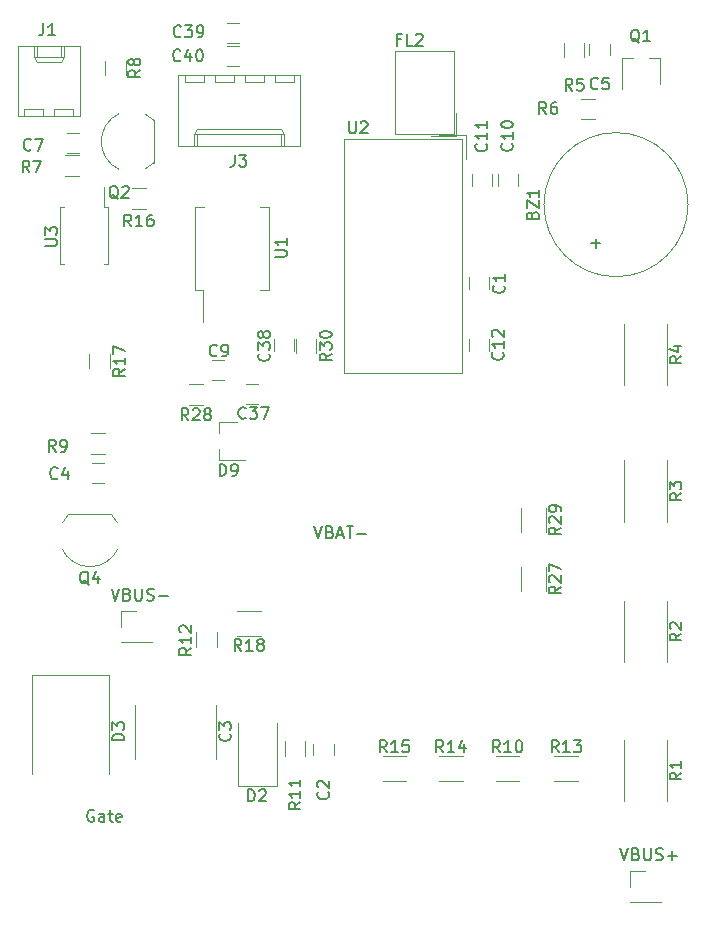
<source format=gbr>
G04 #@! TF.GenerationSoftware,KiCad,Pcbnew,no-vcs-found-c6d0075~61~ubuntu17.10.1*
G04 #@! TF.CreationDate,2018-02-01T11:14:40-05:00*
G04 #@! TF.ProjectId,VBUS-Sense,564255532D53656E73652E6B69636164,rev?*
G04 #@! TF.SameCoordinates,Original*
G04 #@! TF.FileFunction,Legend,Top*
G04 #@! TF.FilePolarity,Positive*
%FSLAX46Y46*%
G04 Gerber Fmt 4.6, Leading zero omitted, Abs format (unit mm)*
G04 Created by KiCad (PCBNEW no-vcs-found-c6d0075~61~ubuntu17.10.1) date Thu Feb  1 11:14:40 2018*
%MOMM*%
%LPD*%
G01*
G04 APERTURE LIST*
%ADD10C,0.120000*%
%ADD11C,0.100000*%
%ADD12C,0.150000*%
G04 APERTURE END LIST*
D10*
X50689400Y-2625800D02*
X50689400Y-3825800D01*
X48929400Y-3825800D02*
X48929400Y-2625800D01*
X19185000Y-31203000D02*
X20185000Y-31203000D01*
X20185000Y-29503000D02*
X19185000Y-29503000D01*
X23029800Y-31484200D02*
X22029800Y-31484200D01*
X22029800Y-33184200D02*
X23029800Y-33184200D01*
X24397600Y-27744800D02*
X24397600Y-28744800D01*
X26097600Y-28744800D02*
X26097600Y-27744800D01*
X20429600Y-2653400D02*
X21429600Y-2653400D01*
X21429600Y-953400D02*
X20429600Y-953400D01*
X21455000Y-2883800D02*
X20455000Y-2883800D01*
X20455000Y-4583800D02*
X21455000Y-4583800D01*
X19788600Y-34767400D02*
X21248600Y-34767400D01*
X19788600Y-37927400D02*
X21948600Y-37927400D01*
X19788600Y-37927400D02*
X19788600Y-36997400D01*
X19788600Y-34767400D02*
X19788600Y-35697400D01*
X26073000Y-5982000D02*
X26073000Y-5362000D01*
X24473000Y-5982000D02*
X26073000Y-5982000D01*
X24473000Y-5362000D02*
X24473000Y-5982000D01*
X23533000Y-5982000D02*
X23533000Y-5362000D01*
X21933000Y-5982000D02*
X23533000Y-5982000D01*
X21933000Y-5362000D02*
X21933000Y-5982000D01*
X20993000Y-5982000D02*
X20993000Y-5362000D01*
X19393000Y-5982000D02*
X20993000Y-5982000D01*
X19393000Y-5362000D02*
X19393000Y-5982000D01*
X18453000Y-5982000D02*
X18453000Y-5362000D01*
X16853000Y-5982000D02*
X18453000Y-5982000D01*
X16853000Y-5362000D02*
X16853000Y-5982000D01*
X25023000Y-11362000D02*
X25023000Y-10362000D01*
X17903000Y-11362000D02*
X17903000Y-10362000D01*
X25023000Y-9932000D02*
X25273000Y-10362000D01*
X17903000Y-9932000D02*
X25023000Y-9932000D01*
X17653000Y-10362000D02*
X17903000Y-9932000D01*
X25273000Y-10362000D02*
X25273000Y-11362000D01*
X17653000Y-10362000D02*
X25273000Y-10362000D01*
X17653000Y-11362000D02*
X17653000Y-10362000D01*
X26643000Y-5362000D02*
X16283000Y-5362000D01*
X26643000Y-11362000D02*
X26643000Y-5362000D01*
X16283000Y-11362000D02*
X26643000Y-11362000D01*
X16283000Y-5362000D02*
X16283000Y-11362000D01*
X18430800Y-33265000D02*
X17230800Y-33265000D01*
X17230800Y-31505000D02*
X18430800Y-31505000D01*
X26247200Y-28870200D02*
X26247200Y-27670200D01*
X28007200Y-27670200D02*
X28007200Y-28870200D01*
X42607600Y-23487000D02*
X42607600Y-22487000D01*
X40907600Y-22487000D02*
X40907600Y-23487000D01*
X18403400Y-23590600D02*
X18403400Y-26290600D01*
X17753400Y-23590600D02*
X18403400Y-23590600D01*
X17753400Y-16540600D02*
X17753400Y-23590600D01*
X18503400Y-16540600D02*
X17753400Y-16540600D01*
X23953400Y-16540600D02*
X23203400Y-16540600D01*
X23953400Y-23590600D02*
X23953400Y-16540600D01*
X23253400Y-23590600D02*
X23953400Y-23590600D01*
X47450400Y-47031400D02*
X47450400Y-49031400D01*
X45310400Y-49031400D02*
X45310400Y-47031400D01*
X45310400Y-44027600D02*
X45310400Y-42027600D01*
X47450400Y-42027600D02*
X47450400Y-44027600D01*
X45046000Y-14749400D02*
X45046000Y-13749400D01*
X43346000Y-13749400D02*
X43346000Y-14749400D01*
X41161600Y-13749400D02*
X41161600Y-14749400D01*
X42861600Y-14749400D02*
X42861600Y-13749400D01*
X42607600Y-28694000D02*
X42607600Y-27694000D01*
X40907600Y-27694000D02*
X40907600Y-28694000D01*
X39660200Y-10332600D02*
X39660200Y-3332600D01*
X34660200Y-10332600D02*
X39660200Y-10332600D01*
X34660200Y-3332600D02*
X34660200Y-10332600D01*
X39660200Y-3332600D02*
X34660200Y-3332600D01*
D11*
X39860200Y-10532600D02*
X37660200Y-10532600D01*
X39860200Y-8532600D02*
X39860200Y-10532600D01*
D10*
X57674600Y-61662000D02*
X57674600Y-66862000D01*
X54034600Y-66862000D02*
X54034600Y-61662000D01*
X54034600Y-55076400D02*
X54034600Y-49876400D01*
X57674600Y-49876400D02*
X57674600Y-55076400D01*
X57674600Y-37989200D02*
X57674600Y-43189200D01*
X54034600Y-43189200D02*
X54034600Y-37989200D01*
X54034600Y-31606800D02*
X54034600Y-26406800D01*
X57674600Y-26406800D02*
X57674600Y-31606800D01*
D11*
X40646000Y-10424000D02*
X38346000Y-10424000D01*
X40646000Y-10424000D02*
X40646000Y-12454000D01*
D10*
X30346000Y-10804000D02*
X30346000Y-30544000D01*
X30346000Y-30544000D02*
X40346000Y-30544000D01*
X40346000Y-30544000D02*
X40346000Y-10804000D01*
X40346000Y-10804000D02*
X30346000Y-10804000D01*
X29450400Y-62958600D02*
X29450400Y-61958600D01*
X27750400Y-61958600D02*
X27750400Y-62958600D01*
X3264000Y-8242000D02*
X3264000Y-8862000D01*
X4864000Y-8242000D02*
X3264000Y-8242000D01*
X4864000Y-8862000D02*
X4864000Y-8242000D01*
X5804000Y-8242000D02*
X5804000Y-8862000D01*
X7404000Y-8242000D02*
X5804000Y-8242000D01*
X7404000Y-8862000D02*
X7404000Y-8242000D01*
X4314000Y-2862000D02*
X4314000Y-3862000D01*
X6354000Y-2862000D02*
X6354000Y-3862000D01*
X4314000Y-4292000D02*
X4064000Y-3862000D01*
X6354000Y-4292000D02*
X4314000Y-4292000D01*
X6604000Y-3862000D02*
X6354000Y-4292000D01*
X4064000Y-3862000D02*
X4064000Y-2862000D01*
X6604000Y-3862000D02*
X4064000Y-3862000D01*
X6604000Y-2862000D02*
X6604000Y-3862000D01*
X2694000Y-8862000D02*
X7974000Y-8862000D01*
X2694000Y-2862000D02*
X2694000Y-8862000D01*
X7974000Y-2862000D02*
X2694000Y-2862000D01*
X7974000Y-8862000D02*
X7974000Y-2862000D01*
X50403200Y-7349600D02*
X51603200Y-7349600D01*
X51603200Y-9109600D02*
X50403200Y-9109600D01*
X10099600Y-37456000D02*
X8899600Y-37456000D01*
X8899600Y-35696000D02*
X10099600Y-35696000D01*
X25307400Y-62982400D02*
X25307400Y-61782400D01*
X27067400Y-61782400D02*
X27067400Y-62982400D01*
X17789000Y-53749500D02*
X17789000Y-52549500D01*
X19549000Y-52549500D02*
X19549000Y-53749500D01*
X57109000Y-6104200D02*
X57109000Y-3954200D01*
X53889000Y-6529200D02*
X53889000Y-3954200D01*
X56199000Y-3954200D02*
X57109000Y-3954200D01*
X53889000Y-3954200D02*
X54799000Y-3954200D01*
X11420800Y-50740000D02*
X12750800Y-50740000D01*
X11420800Y-52070000D02*
X11420800Y-50740000D01*
X11420800Y-53340000D02*
X14080800Y-53340000D01*
X14080800Y-53340000D02*
X14080800Y-53400000D01*
X11420800Y-53340000D02*
X11420800Y-53400000D01*
X11420800Y-53400000D02*
X14080800Y-53400000D01*
X54524600Y-75396400D02*
X57184600Y-75396400D01*
X54524600Y-75336400D02*
X54524600Y-75396400D01*
X57184600Y-75336400D02*
X57184600Y-75396400D01*
X54524600Y-75336400D02*
X57184600Y-75336400D01*
X54524600Y-74066400D02*
X54524600Y-72736400D01*
X54524600Y-72736400D02*
X55854600Y-72736400D01*
X6702500Y-12137500D02*
X7902500Y-12137500D01*
X7902500Y-13897500D02*
X6702500Y-13897500D01*
X10105500Y-5362500D02*
X10105500Y-4162500D01*
X11865500Y-4162500D02*
X11865500Y-5362500D01*
X9005000Y-39915200D02*
X10005000Y-39915200D01*
X10005000Y-38215200D02*
X9005000Y-38215200D01*
X21337000Y-65579200D02*
X24637000Y-65579200D01*
X24637000Y-65579200D02*
X24637000Y-60179200D01*
X21337000Y-65579200D02*
X21337000Y-60179200D01*
X10412800Y-56160000D02*
X10412800Y-64560000D01*
X3912800Y-56160000D02*
X3912800Y-64560000D01*
X3912800Y-56160000D02*
X10412800Y-56160000D01*
X13505295Y-8661316D02*
G75*
G02X14232500Y-9185500I-1122795J-2324184D01*
G01*
X11283693Y-8629100D02*
G75*
G03X9782500Y-10985500I1098807J-2356400D01*
G01*
X11283693Y-13341900D02*
G75*
G02X9782500Y-10985500I1098807J2356400D01*
G01*
X13505295Y-13309684D02*
G75*
G03X14232500Y-12785500I-1122795J2324184D01*
G01*
X14232500Y-12785500D02*
X14232500Y-9185500D01*
X10331200Y-21348400D02*
X10031200Y-21348400D01*
X10331200Y-16548400D02*
X10331200Y-21348400D01*
X10031200Y-16548400D02*
X10331200Y-16548400D01*
X6331200Y-16548400D02*
X6631200Y-16548400D01*
X6331200Y-21348400D02*
X6331200Y-16548400D01*
X6631200Y-21348400D02*
X6331200Y-21348400D01*
X10031200Y-16548400D02*
X10031200Y-14848400D01*
X45170600Y-65154200D02*
X43170600Y-65154200D01*
X43170600Y-63014200D02*
X45170600Y-63014200D01*
X50149000Y-65154200D02*
X48149000Y-65154200D01*
X48149000Y-63014200D02*
X50149000Y-63014200D01*
X38370000Y-63014200D02*
X40370000Y-63014200D01*
X40370000Y-65154200D02*
X38370000Y-65154200D01*
X33597000Y-63014200D02*
X35597000Y-63014200D01*
X35597000Y-65154200D02*
X33597000Y-65154200D01*
X52818400Y-3700400D02*
X52818400Y-2700400D01*
X51118400Y-2700400D02*
X51118400Y-3700400D01*
X59465400Y-16333400D02*
G75*
G03X59465400Y-16333400I-6100000J0D01*
G01*
X12665500Y-58660000D02*
X12665500Y-63260000D01*
X19465500Y-63260000D02*
X19465500Y-58660000D01*
X7866000Y-10262500D02*
X6866000Y-10262500D01*
X6866000Y-11962500D02*
X7866000Y-11962500D01*
X6502316Y-43263705D02*
G75*
G02X7026500Y-42536500I2324184J-1122795D01*
G01*
X6470100Y-45485307D02*
G75*
G03X8826500Y-46986500I2356400J1098807D01*
G01*
X11182900Y-45485307D02*
G75*
G02X8826500Y-46986500I-2356400J1098807D01*
G01*
X11150684Y-43263705D02*
G75*
G03X10626500Y-42536500I-2324184J-1122795D01*
G01*
X10626500Y-42536500D02*
X7026500Y-42536500D01*
X12354000Y-14931500D02*
X13554000Y-14931500D01*
X13554000Y-16691500D02*
X12354000Y-16691500D01*
X8772000Y-30191000D02*
X8772000Y-28991000D01*
X10532000Y-28991000D02*
X10532000Y-30191000D01*
X23288500Y-52886000D02*
X21288500Y-52886000D01*
X21288500Y-50746000D02*
X23288500Y-50746000D01*
D12*
X49668133Y-6675380D02*
X49334800Y-6199190D01*
X49096704Y-6675380D02*
X49096704Y-5675380D01*
X49477657Y-5675380D01*
X49572895Y-5723000D01*
X49620514Y-5770619D01*
X49668133Y-5865857D01*
X49668133Y-6008714D01*
X49620514Y-6103952D01*
X49572895Y-6151571D01*
X49477657Y-6199190D01*
X49096704Y-6199190D01*
X50572895Y-5675380D02*
X50096704Y-5675380D01*
X50049085Y-6151571D01*
X50096704Y-6103952D01*
X50191942Y-6056333D01*
X50430038Y-6056333D01*
X50525276Y-6103952D01*
X50572895Y-6151571D01*
X50620514Y-6246809D01*
X50620514Y-6484904D01*
X50572895Y-6580142D01*
X50525276Y-6627761D01*
X50430038Y-6675380D01*
X50191942Y-6675380D01*
X50096704Y-6627761D01*
X50049085Y-6580142D01*
X19569133Y-29084542D02*
X19521514Y-29132161D01*
X19378657Y-29179780D01*
X19283419Y-29179780D01*
X19140561Y-29132161D01*
X19045323Y-29036923D01*
X18997704Y-28941685D01*
X18950085Y-28751209D01*
X18950085Y-28608352D01*
X18997704Y-28417876D01*
X19045323Y-28322638D01*
X19140561Y-28227400D01*
X19283419Y-28179780D01*
X19378657Y-28179780D01*
X19521514Y-28227400D01*
X19569133Y-28275019D01*
X20045323Y-29179780D02*
X20235800Y-29179780D01*
X20331038Y-29132161D01*
X20378657Y-29084542D01*
X20473895Y-28941685D01*
X20521514Y-28751209D01*
X20521514Y-28370257D01*
X20473895Y-28275019D01*
X20426276Y-28227400D01*
X20331038Y-28179780D01*
X20140561Y-28179780D01*
X20045323Y-28227400D01*
X19997704Y-28275019D01*
X19950085Y-28370257D01*
X19950085Y-28608352D01*
X19997704Y-28703590D01*
X20045323Y-28751209D01*
X20140561Y-28798828D01*
X20331038Y-28798828D01*
X20426276Y-28751209D01*
X20473895Y-28703590D01*
X20521514Y-28608352D01*
X22013942Y-34367742D02*
X21966323Y-34415361D01*
X21823466Y-34462980D01*
X21728228Y-34462980D01*
X21585371Y-34415361D01*
X21490133Y-34320123D01*
X21442514Y-34224885D01*
X21394895Y-34034409D01*
X21394895Y-33891552D01*
X21442514Y-33701076D01*
X21490133Y-33605838D01*
X21585371Y-33510600D01*
X21728228Y-33462980D01*
X21823466Y-33462980D01*
X21966323Y-33510600D01*
X22013942Y-33558219D01*
X22347276Y-33462980D02*
X22966323Y-33462980D01*
X22632990Y-33843933D01*
X22775847Y-33843933D01*
X22871085Y-33891552D01*
X22918704Y-33939171D01*
X22966323Y-34034409D01*
X22966323Y-34272504D01*
X22918704Y-34367742D01*
X22871085Y-34415361D01*
X22775847Y-34462980D01*
X22490133Y-34462980D01*
X22394895Y-34415361D01*
X22347276Y-34367742D01*
X23299657Y-33462980D02*
X23966323Y-33462980D01*
X23537752Y-34462980D01*
X23979142Y-28938457D02*
X24026761Y-28986076D01*
X24074380Y-29128933D01*
X24074380Y-29224171D01*
X24026761Y-29367028D01*
X23931523Y-29462266D01*
X23836285Y-29509885D01*
X23645809Y-29557504D01*
X23502952Y-29557504D01*
X23312476Y-29509885D01*
X23217238Y-29462266D01*
X23122000Y-29367028D01*
X23074380Y-29224171D01*
X23074380Y-29128933D01*
X23122000Y-28986076D01*
X23169619Y-28938457D01*
X23074380Y-28605123D02*
X23074380Y-27986076D01*
X23455333Y-28319409D01*
X23455333Y-28176552D01*
X23502952Y-28081314D01*
X23550571Y-28033695D01*
X23645809Y-27986076D01*
X23883904Y-27986076D01*
X23979142Y-28033695D01*
X24026761Y-28081314D01*
X24074380Y-28176552D01*
X24074380Y-28462266D01*
X24026761Y-28557504D01*
X23979142Y-28605123D01*
X23502952Y-27414647D02*
X23455333Y-27509885D01*
X23407714Y-27557504D01*
X23312476Y-27605123D01*
X23264857Y-27605123D01*
X23169619Y-27557504D01*
X23122000Y-27509885D01*
X23074380Y-27414647D01*
X23074380Y-27224171D01*
X23122000Y-27128933D01*
X23169619Y-27081314D01*
X23264857Y-27033695D01*
X23312476Y-27033695D01*
X23407714Y-27081314D01*
X23455333Y-27128933D01*
X23502952Y-27224171D01*
X23502952Y-27414647D01*
X23550571Y-27509885D01*
X23598190Y-27557504D01*
X23693428Y-27605123D01*
X23883904Y-27605123D01*
X23979142Y-27557504D01*
X24026761Y-27509885D01*
X24074380Y-27414647D01*
X24074380Y-27224171D01*
X24026761Y-27128933D01*
X23979142Y-27081314D01*
X23883904Y-27033695D01*
X23693428Y-27033695D01*
X23598190Y-27081314D01*
X23550571Y-27128933D01*
X23502952Y-27224171D01*
X16527542Y-2058942D02*
X16479923Y-2106561D01*
X16337066Y-2154180D01*
X16241828Y-2154180D01*
X16098971Y-2106561D01*
X16003733Y-2011323D01*
X15956114Y-1916085D01*
X15908495Y-1725609D01*
X15908495Y-1582752D01*
X15956114Y-1392276D01*
X16003733Y-1297038D01*
X16098971Y-1201800D01*
X16241828Y-1154180D01*
X16337066Y-1154180D01*
X16479923Y-1201800D01*
X16527542Y-1249419D01*
X16860876Y-1154180D02*
X17479923Y-1154180D01*
X17146590Y-1535133D01*
X17289447Y-1535133D01*
X17384685Y-1582752D01*
X17432304Y-1630371D01*
X17479923Y-1725609D01*
X17479923Y-1963704D01*
X17432304Y-2058942D01*
X17384685Y-2106561D01*
X17289447Y-2154180D01*
X17003733Y-2154180D01*
X16908495Y-2106561D01*
X16860876Y-2058942D01*
X17956114Y-2154180D02*
X18146590Y-2154180D01*
X18241828Y-2106561D01*
X18289447Y-2058942D01*
X18384685Y-1916085D01*
X18432304Y-1725609D01*
X18432304Y-1344657D01*
X18384685Y-1249419D01*
X18337066Y-1201800D01*
X18241828Y-1154180D01*
X18051352Y-1154180D01*
X17956114Y-1201800D01*
X17908495Y-1249419D01*
X17860876Y-1344657D01*
X17860876Y-1582752D01*
X17908495Y-1677990D01*
X17956114Y-1725609D01*
X18051352Y-1773228D01*
X18241828Y-1773228D01*
X18337066Y-1725609D01*
X18384685Y-1677990D01*
X18432304Y-1582752D01*
X16476742Y-4090942D02*
X16429123Y-4138561D01*
X16286266Y-4186180D01*
X16191028Y-4186180D01*
X16048171Y-4138561D01*
X15952933Y-4043323D01*
X15905314Y-3948085D01*
X15857695Y-3757609D01*
X15857695Y-3614752D01*
X15905314Y-3424276D01*
X15952933Y-3329038D01*
X16048171Y-3233800D01*
X16191028Y-3186180D01*
X16286266Y-3186180D01*
X16429123Y-3233800D01*
X16476742Y-3281419D01*
X17333885Y-3519514D02*
X17333885Y-4186180D01*
X17095790Y-3138561D02*
X16857695Y-3852847D01*
X17476742Y-3852847D01*
X18048171Y-3186180D02*
X18143409Y-3186180D01*
X18238647Y-3233800D01*
X18286266Y-3281419D01*
X18333885Y-3376657D01*
X18381504Y-3567133D01*
X18381504Y-3805228D01*
X18333885Y-3995704D01*
X18286266Y-4090942D01*
X18238647Y-4138561D01*
X18143409Y-4186180D01*
X18048171Y-4186180D01*
X17952933Y-4138561D01*
X17905314Y-4090942D01*
X17857695Y-3995704D01*
X17810076Y-3805228D01*
X17810076Y-3567133D01*
X17857695Y-3376657D01*
X17905314Y-3281419D01*
X17952933Y-3233800D01*
X18048171Y-3186180D01*
X19810504Y-39299780D02*
X19810504Y-38299780D01*
X20048600Y-38299780D01*
X20191457Y-38347400D01*
X20286695Y-38442638D01*
X20334314Y-38537876D01*
X20381933Y-38728352D01*
X20381933Y-38871209D01*
X20334314Y-39061685D01*
X20286695Y-39156923D01*
X20191457Y-39252161D01*
X20048600Y-39299780D01*
X19810504Y-39299780D01*
X20858123Y-39299780D02*
X21048600Y-39299780D01*
X21143838Y-39252161D01*
X21191457Y-39204542D01*
X21286695Y-39061685D01*
X21334314Y-38871209D01*
X21334314Y-38490257D01*
X21286695Y-38395019D01*
X21239076Y-38347400D01*
X21143838Y-38299780D01*
X20953361Y-38299780D01*
X20858123Y-38347400D01*
X20810504Y-38395019D01*
X20762885Y-38490257D01*
X20762885Y-38728352D01*
X20810504Y-38823590D01*
X20858123Y-38871209D01*
X20953361Y-38918828D01*
X21143838Y-38918828D01*
X21239076Y-38871209D01*
X21286695Y-38823590D01*
X21334314Y-38728352D01*
X21078866Y-12101580D02*
X21078866Y-12815866D01*
X21031247Y-12958723D01*
X20936009Y-13053961D01*
X20793152Y-13101580D01*
X20697914Y-13101580D01*
X21459819Y-12101580D02*
X22078866Y-12101580D01*
X21745533Y-12482533D01*
X21888390Y-12482533D01*
X21983628Y-12530152D01*
X22031247Y-12577771D01*
X22078866Y-12673009D01*
X22078866Y-12911104D01*
X22031247Y-13006342D01*
X21983628Y-13053961D01*
X21888390Y-13101580D01*
X21602676Y-13101580D01*
X21507438Y-13053961D01*
X21459819Y-13006342D01*
X17162542Y-34589980D02*
X16829209Y-34113790D01*
X16591114Y-34589980D02*
X16591114Y-33589980D01*
X16972066Y-33589980D01*
X17067304Y-33637600D01*
X17114923Y-33685219D01*
X17162542Y-33780457D01*
X17162542Y-33923314D01*
X17114923Y-34018552D01*
X17067304Y-34066171D01*
X16972066Y-34113790D01*
X16591114Y-34113790D01*
X17543495Y-33685219D02*
X17591114Y-33637600D01*
X17686352Y-33589980D01*
X17924447Y-33589980D01*
X18019685Y-33637600D01*
X18067304Y-33685219D01*
X18114923Y-33780457D01*
X18114923Y-33875695D01*
X18067304Y-34018552D01*
X17495876Y-34589980D01*
X18114923Y-34589980D01*
X18686352Y-34018552D02*
X18591114Y-33970933D01*
X18543495Y-33923314D01*
X18495876Y-33828076D01*
X18495876Y-33780457D01*
X18543495Y-33685219D01*
X18591114Y-33637600D01*
X18686352Y-33589980D01*
X18876828Y-33589980D01*
X18972066Y-33637600D01*
X19019685Y-33685219D01*
X19067304Y-33780457D01*
X19067304Y-33828076D01*
X19019685Y-33923314D01*
X18972066Y-33970933D01*
X18876828Y-34018552D01*
X18686352Y-34018552D01*
X18591114Y-34066171D01*
X18543495Y-34113790D01*
X18495876Y-34209028D01*
X18495876Y-34399504D01*
X18543495Y-34494742D01*
X18591114Y-34542361D01*
X18686352Y-34589980D01*
X18876828Y-34589980D01*
X18972066Y-34542361D01*
X19019685Y-34494742D01*
X19067304Y-34399504D01*
X19067304Y-34209028D01*
X19019685Y-34113790D01*
X18972066Y-34066171D01*
X18876828Y-34018552D01*
X29281380Y-28938457D02*
X28805190Y-29271790D01*
X29281380Y-29509885D02*
X28281380Y-29509885D01*
X28281380Y-29128933D01*
X28329000Y-29033695D01*
X28376619Y-28986076D01*
X28471857Y-28938457D01*
X28614714Y-28938457D01*
X28709952Y-28986076D01*
X28757571Y-29033695D01*
X28805190Y-29128933D01*
X28805190Y-29509885D01*
X28281380Y-28605123D02*
X28281380Y-27986076D01*
X28662333Y-28319409D01*
X28662333Y-28176552D01*
X28709952Y-28081314D01*
X28757571Y-28033695D01*
X28852809Y-27986076D01*
X29090904Y-27986076D01*
X29186142Y-28033695D01*
X29233761Y-28081314D01*
X29281380Y-28176552D01*
X29281380Y-28462266D01*
X29233761Y-28557504D01*
X29186142Y-28605123D01*
X28281380Y-27367028D02*
X28281380Y-27271790D01*
X28329000Y-27176552D01*
X28376619Y-27128933D01*
X28471857Y-27081314D01*
X28662333Y-27033695D01*
X28900428Y-27033695D01*
X29090904Y-27081314D01*
X29186142Y-27128933D01*
X29233761Y-27176552D01*
X29281380Y-27271790D01*
X29281380Y-27367028D01*
X29233761Y-27462266D01*
X29186142Y-27509885D01*
X29090904Y-27557504D01*
X28900428Y-27605123D01*
X28662333Y-27605123D01*
X28471857Y-27557504D01*
X28376619Y-27509885D01*
X28329000Y-27462266D01*
X28281380Y-27367028D01*
X43841942Y-23179066D02*
X43889561Y-23226685D01*
X43937180Y-23369542D01*
X43937180Y-23464780D01*
X43889561Y-23607638D01*
X43794323Y-23702876D01*
X43699085Y-23750495D01*
X43508609Y-23798114D01*
X43365752Y-23798114D01*
X43175276Y-23750495D01*
X43080038Y-23702876D01*
X42984800Y-23607638D01*
X42937180Y-23464780D01*
X42937180Y-23369542D01*
X42984800Y-23226685D01*
X43032419Y-23179066D01*
X43937180Y-22226685D02*
X43937180Y-22798114D01*
X43937180Y-22512400D02*
X42937180Y-22512400D01*
X43080038Y-22607638D01*
X43175276Y-22702876D01*
X43222895Y-22798114D01*
X24471380Y-20751704D02*
X25280904Y-20751704D01*
X25376142Y-20704085D01*
X25423761Y-20656466D01*
X25471380Y-20561228D01*
X25471380Y-20370752D01*
X25423761Y-20275514D01*
X25376142Y-20227895D01*
X25280904Y-20180276D01*
X24471380Y-20180276D01*
X25471380Y-19180276D02*
X25471380Y-19751704D01*
X25471380Y-19465990D02*
X24471380Y-19465990D01*
X24614238Y-19561228D01*
X24709476Y-19656466D01*
X24757095Y-19751704D01*
X48682780Y-48674257D02*
X48206590Y-49007590D01*
X48682780Y-49245685D02*
X47682780Y-49245685D01*
X47682780Y-48864733D01*
X47730400Y-48769495D01*
X47778019Y-48721876D01*
X47873257Y-48674257D01*
X48016114Y-48674257D01*
X48111352Y-48721876D01*
X48158971Y-48769495D01*
X48206590Y-48864733D01*
X48206590Y-49245685D01*
X47778019Y-48293304D02*
X47730400Y-48245685D01*
X47682780Y-48150447D01*
X47682780Y-47912352D01*
X47730400Y-47817114D01*
X47778019Y-47769495D01*
X47873257Y-47721876D01*
X47968495Y-47721876D01*
X48111352Y-47769495D01*
X48682780Y-48340923D01*
X48682780Y-47721876D01*
X47682780Y-47388542D02*
X47682780Y-46721876D01*
X48682780Y-47150447D01*
X48682780Y-43670457D02*
X48206590Y-44003790D01*
X48682780Y-44241885D02*
X47682780Y-44241885D01*
X47682780Y-43860933D01*
X47730400Y-43765695D01*
X47778019Y-43718076D01*
X47873257Y-43670457D01*
X48016114Y-43670457D01*
X48111352Y-43718076D01*
X48158971Y-43765695D01*
X48206590Y-43860933D01*
X48206590Y-44241885D01*
X47778019Y-43289504D02*
X47730400Y-43241885D01*
X47682780Y-43146647D01*
X47682780Y-42908552D01*
X47730400Y-42813314D01*
X47778019Y-42765695D01*
X47873257Y-42718076D01*
X47968495Y-42718076D01*
X48111352Y-42765695D01*
X48682780Y-43337123D01*
X48682780Y-42718076D01*
X48682780Y-42241885D02*
X48682780Y-42051409D01*
X48635161Y-41956171D01*
X48587542Y-41908552D01*
X48444685Y-41813314D01*
X48254209Y-41765695D01*
X47873257Y-41765695D01*
X47778019Y-41813314D01*
X47730400Y-41860933D01*
X47682780Y-41956171D01*
X47682780Y-42146647D01*
X47730400Y-42241885D01*
X47778019Y-42289504D01*
X47873257Y-42337123D01*
X48111352Y-42337123D01*
X48206590Y-42289504D01*
X48254209Y-42241885D01*
X48301828Y-42146647D01*
X48301828Y-41956171D01*
X48254209Y-41860933D01*
X48206590Y-41813314D01*
X48111352Y-41765695D01*
X44553142Y-11153057D02*
X44600761Y-11200676D01*
X44648380Y-11343533D01*
X44648380Y-11438771D01*
X44600761Y-11581628D01*
X44505523Y-11676866D01*
X44410285Y-11724485D01*
X44219809Y-11772104D01*
X44076952Y-11772104D01*
X43886476Y-11724485D01*
X43791238Y-11676866D01*
X43696000Y-11581628D01*
X43648380Y-11438771D01*
X43648380Y-11343533D01*
X43696000Y-11200676D01*
X43743619Y-11153057D01*
X44648380Y-10200676D02*
X44648380Y-10772104D01*
X44648380Y-10486390D02*
X43648380Y-10486390D01*
X43791238Y-10581628D01*
X43886476Y-10676866D01*
X43934095Y-10772104D01*
X43648380Y-9581628D02*
X43648380Y-9486390D01*
X43696000Y-9391152D01*
X43743619Y-9343533D01*
X43838857Y-9295914D01*
X44029333Y-9248295D01*
X44267428Y-9248295D01*
X44457904Y-9295914D01*
X44553142Y-9343533D01*
X44600761Y-9391152D01*
X44648380Y-9486390D01*
X44648380Y-9581628D01*
X44600761Y-9676866D01*
X44553142Y-9724485D01*
X44457904Y-9772104D01*
X44267428Y-9819723D01*
X44029333Y-9819723D01*
X43838857Y-9772104D01*
X43743619Y-9724485D01*
X43696000Y-9676866D01*
X43648380Y-9581628D01*
X42368742Y-11183857D02*
X42416361Y-11231476D01*
X42463980Y-11374333D01*
X42463980Y-11469571D01*
X42416361Y-11612428D01*
X42321123Y-11707666D01*
X42225885Y-11755285D01*
X42035409Y-11802904D01*
X41892552Y-11802904D01*
X41702076Y-11755285D01*
X41606838Y-11707666D01*
X41511600Y-11612428D01*
X41463980Y-11469571D01*
X41463980Y-11374333D01*
X41511600Y-11231476D01*
X41559219Y-11183857D01*
X42463980Y-10231476D02*
X42463980Y-10802904D01*
X42463980Y-10517190D02*
X41463980Y-10517190D01*
X41606838Y-10612428D01*
X41702076Y-10707666D01*
X41749695Y-10802904D01*
X42463980Y-9279095D02*
X42463980Y-9850523D01*
X42463980Y-9564809D02*
X41463980Y-9564809D01*
X41606838Y-9660047D01*
X41702076Y-9755285D01*
X41749695Y-9850523D01*
X43765742Y-28836857D02*
X43813361Y-28884476D01*
X43860980Y-29027333D01*
X43860980Y-29122571D01*
X43813361Y-29265428D01*
X43718123Y-29360666D01*
X43622885Y-29408285D01*
X43432409Y-29455904D01*
X43289552Y-29455904D01*
X43099076Y-29408285D01*
X43003838Y-29360666D01*
X42908600Y-29265428D01*
X42860980Y-29122571D01*
X42860980Y-29027333D01*
X42908600Y-28884476D01*
X42956219Y-28836857D01*
X43860980Y-27884476D02*
X43860980Y-28455904D01*
X43860980Y-28170190D02*
X42860980Y-28170190D01*
X43003838Y-28265428D01*
X43099076Y-28360666D01*
X43146695Y-28455904D01*
X42956219Y-27503523D02*
X42908600Y-27455904D01*
X42860980Y-27360666D01*
X42860980Y-27122571D01*
X42908600Y-27027333D01*
X42956219Y-26979714D01*
X43051457Y-26932095D01*
X43146695Y-26932095D01*
X43289552Y-26979714D01*
X43860980Y-27551142D01*
X43860980Y-26932095D01*
X35139404Y-2341571D02*
X34806071Y-2341571D01*
X34806071Y-2865380D02*
X34806071Y-1865380D01*
X35282261Y-1865380D01*
X36139404Y-2865380D02*
X35663214Y-2865380D01*
X35663214Y-1865380D01*
X36425119Y-1960619D02*
X36472738Y-1913000D01*
X36567976Y-1865380D01*
X36806071Y-1865380D01*
X36901309Y-1913000D01*
X36948928Y-1960619D01*
X36996547Y-2055857D01*
X36996547Y-2151095D01*
X36948928Y-2293952D01*
X36377500Y-2865380D01*
X36996547Y-2865380D01*
X58906980Y-64428666D02*
X58430790Y-64762000D01*
X58906980Y-65000095D02*
X57906980Y-65000095D01*
X57906980Y-64619142D01*
X57954600Y-64523904D01*
X58002219Y-64476285D01*
X58097457Y-64428666D01*
X58240314Y-64428666D01*
X58335552Y-64476285D01*
X58383171Y-64523904D01*
X58430790Y-64619142D01*
X58430790Y-65000095D01*
X58906980Y-63476285D02*
X58906980Y-64047714D01*
X58906980Y-63762000D02*
X57906980Y-63762000D01*
X58049838Y-63857238D01*
X58145076Y-63952476D01*
X58192695Y-64047714D01*
X58906980Y-52643066D02*
X58430790Y-52976400D01*
X58906980Y-53214495D02*
X57906980Y-53214495D01*
X57906980Y-52833542D01*
X57954600Y-52738304D01*
X58002219Y-52690685D01*
X58097457Y-52643066D01*
X58240314Y-52643066D01*
X58335552Y-52690685D01*
X58383171Y-52738304D01*
X58430790Y-52833542D01*
X58430790Y-53214495D01*
X58002219Y-52262114D02*
X57954600Y-52214495D01*
X57906980Y-52119257D01*
X57906980Y-51881161D01*
X57954600Y-51785923D01*
X58002219Y-51738304D01*
X58097457Y-51690685D01*
X58192695Y-51690685D01*
X58335552Y-51738304D01*
X58906980Y-52309733D01*
X58906980Y-51690685D01*
X58906980Y-40755866D02*
X58430790Y-41089200D01*
X58906980Y-41327295D02*
X57906980Y-41327295D01*
X57906980Y-40946342D01*
X57954600Y-40851104D01*
X58002219Y-40803485D01*
X58097457Y-40755866D01*
X58240314Y-40755866D01*
X58335552Y-40803485D01*
X58383171Y-40851104D01*
X58430790Y-40946342D01*
X58430790Y-41327295D01*
X57906980Y-40422533D02*
X57906980Y-39803485D01*
X58287933Y-40136819D01*
X58287933Y-39993961D01*
X58335552Y-39898723D01*
X58383171Y-39851104D01*
X58478409Y-39803485D01*
X58716504Y-39803485D01*
X58811742Y-39851104D01*
X58859361Y-39898723D01*
X58906980Y-39993961D01*
X58906980Y-40279676D01*
X58859361Y-40374914D01*
X58811742Y-40422533D01*
X58906980Y-29173466D02*
X58430790Y-29506800D01*
X58906980Y-29744895D02*
X57906980Y-29744895D01*
X57906980Y-29363942D01*
X57954600Y-29268704D01*
X58002219Y-29221085D01*
X58097457Y-29173466D01*
X58240314Y-29173466D01*
X58335552Y-29221085D01*
X58383171Y-29268704D01*
X58430790Y-29363942D01*
X58430790Y-29744895D01*
X58240314Y-28316323D02*
X58906980Y-28316323D01*
X57859361Y-28554419D02*
X58573647Y-28792514D01*
X58573647Y-28173466D01*
X30759495Y-9282180D02*
X30759495Y-10091704D01*
X30807114Y-10186942D01*
X30854733Y-10234561D01*
X30949971Y-10282180D01*
X31140447Y-10282180D01*
X31235685Y-10234561D01*
X31283304Y-10186942D01*
X31330923Y-10091704D01*
X31330923Y-9282180D01*
X31759495Y-9377419D02*
X31807114Y-9329800D01*
X31902352Y-9282180D01*
X32140447Y-9282180D01*
X32235685Y-9329800D01*
X32283304Y-9377419D01*
X32330923Y-9472657D01*
X32330923Y-9567895D01*
X32283304Y-9710752D01*
X31711876Y-10282180D01*
X32330923Y-10282180D01*
X28982942Y-66054266D02*
X29030561Y-66101885D01*
X29078180Y-66244742D01*
X29078180Y-66339980D01*
X29030561Y-66482838D01*
X28935323Y-66578076D01*
X28840085Y-66625695D01*
X28649609Y-66673314D01*
X28506752Y-66673314D01*
X28316276Y-66625695D01*
X28221038Y-66578076D01*
X28125800Y-66482838D01*
X28078180Y-66339980D01*
X28078180Y-66244742D01*
X28125800Y-66101885D01*
X28173419Y-66054266D01*
X28173419Y-65673314D02*
X28125800Y-65625695D01*
X28078180Y-65530457D01*
X28078180Y-65292361D01*
X28125800Y-65197123D01*
X28173419Y-65149504D01*
X28268657Y-65101885D01*
X28363895Y-65101885D01*
X28506752Y-65149504D01*
X29078180Y-65720933D01*
X29078180Y-65101885D01*
X4873666Y-976380D02*
X4873666Y-1690666D01*
X4826047Y-1833523D01*
X4730809Y-1928761D01*
X4587952Y-1976380D01*
X4492714Y-1976380D01*
X5873666Y-1976380D02*
X5302238Y-1976380D01*
X5587952Y-1976380D02*
X5587952Y-976380D01*
X5492714Y-1119238D01*
X5397476Y-1214476D01*
X5302238Y-1262095D01*
X47458333Y-8656580D02*
X47125000Y-8180390D01*
X46886904Y-8656580D02*
X46886904Y-7656580D01*
X47267857Y-7656580D01*
X47363095Y-7704200D01*
X47410714Y-7751819D01*
X47458333Y-7847057D01*
X47458333Y-7989914D01*
X47410714Y-8085152D01*
X47363095Y-8132771D01*
X47267857Y-8180390D01*
X46886904Y-8180390D01*
X48315476Y-7656580D02*
X48125000Y-7656580D01*
X48029761Y-7704200D01*
X47982142Y-7751819D01*
X47886904Y-7894676D01*
X47839285Y-8085152D01*
X47839285Y-8466104D01*
X47886904Y-8561342D01*
X47934523Y-8608961D01*
X48029761Y-8656580D01*
X48220238Y-8656580D01*
X48315476Y-8608961D01*
X48363095Y-8561342D01*
X48410714Y-8466104D01*
X48410714Y-8228009D01*
X48363095Y-8132771D01*
X48315476Y-8085152D01*
X48220238Y-8037533D01*
X48029761Y-8037533D01*
X47934523Y-8085152D01*
X47886904Y-8132771D01*
X47839285Y-8228009D01*
X5929333Y-37231580D02*
X5596000Y-36755390D01*
X5357904Y-37231580D02*
X5357904Y-36231580D01*
X5738857Y-36231580D01*
X5834095Y-36279200D01*
X5881714Y-36326819D01*
X5929333Y-36422057D01*
X5929333Y-36564914D01*
X5881714Y-36660152D01*
X5834095Y-36707771D01*
X5738857Y-36755390D01*
X5357904Y-36755390D01*
X6405523Y-37231580D02*
X6596000Y-37231580D01*
X6691238Y-37183961D01*
X6738857Y-37136342D01*
X6834095Y-36993485D01*
X6881714Y-36803009D01*
X6881714Y-36422057D01*
X6834095Y-36326819D01*
X6786476Y-36279200D01*
X6691238Y-36231580D01*
X6500761Y-36231580D01*
X6405523Y-36279200D01*
X6357904Y-36326819D01*
X6310285Y-36422057D01*
X6310285Y-36660152D01*
X6357904Y-36755390D01*
X6405523Y-36803009D01*
X6500761Y-36850628D01*
X6691238Y-36850628D01*
X6786476Y-36803009D01*
X6834095Y-36755390D01*
X6881714Y-36660152D01*
X26639780Y-66911457D02*
X26163590Y-67244790D01*
X26639780Y-67482885D02*
X25639780Y-67482885D01*
X25639780Y-67101933D01*
X25687400Y-67006695D01*
X25735019Y-66959076D01*
X25830257Y-66911457D01*
X25973114Y-66911457D01*
X26068352Y-66959076D01*
X26115971Y-67006695D01*
X26163590Y-67101933D01*
X26163590Y-67482885D01*
X26639780Y-65959076D02*
X26639780Y-66530504D01*
X26639780Y-66244790D02*
X25639780Y-66244790D01*
X25782638Y-66340028D01*
X25877876Y-66435266D01*
X25925495Y-66530504D01*
X26639780Y-65006695D02*
X26639780Y-65578123D01*
X26639780Y-65292409D02*
X25639780Y-65292409D01*
X25782638Y-65387647D01*
X25877876Y-65482885D01*
X25925495Y-65578123D01*
X17406880Y-53855857D02*
X16930690Y-54189190D01*
X17406880Y-54427285D02*
X16406880Y-54427285D01*
X16406880Y-54046333D01*
X16454500Y-53951095D01*
X16502119Y-53903476D01*
X16597357Y-53855857D01*
X16740214Y-53855857D01*
X16835452Y-53903476D01*
X16883071Y-53951095D01*
X16930690Y-54046333D01*
X16930690Y-54427285D01*
X17406880Y-52903476D02*
X17406880Y-53474904D01*
X17406880Y-53189190D02*
X16406880Y-53189190D01*
X16549738Y-53284428D01*
X16644976Y-53379666D01*
X16692595Y-53474904D01*
X16502119Y-52522523D02*
X16454500Y-52474904D01*
X16406880Y-52379666D01*
X16406880Y-52141571D01*
X16454500Y-52046333D01*
X16502119Y-51998714D01*
X16597357Y-51951095D01*
X16692595Y-51951095D01*
X16835452Y-51998714D01*
X17406880Y-52570142D01*
X17406880Y-51951095D01*
X55352961Y-2605019D02*
X55257723Y-2557400D01*
X55162485Y-2462161D01*
X55019628Y-2319304D01*
X54924390Y-2271685D01*
X54829152Y-2271685D01*
X54876771Y-2509780D02*
X54781533Y-2462161D01*
X54686295Y-2366923D01*
X54638676Y-2176447D01*
X54638676Y-1843114D01*
X54686295Y-1652638D01*
X54781533Y-1557400D01*
X54876771Y-1509780D01*
X55067247Y-1509780D01*
X55162485Y-1557400D01*
X55257723Y-1652638D01*
X55305342Y-1843114D01*
X55305342Y-2176447D01*
X55257723Y-2366923D01*
X55162485Y-2462161D01*
X55067247Y-2509780D01*
X54876771Y-2509780D01*
X56257723Y-2509780D02*
X55686295Y-2509780D01*
X55972009Y-2509780D02*
X55972009Y-1509780D01*
X55876771Y-1652638D01*
X55781533Y-1747876D01*
X55686295Y-1795495D01*
X9153638Y-67622800D02*
X9058400Y-67575180D01*
X8915542Y-67575180D01*
X8772685Y-67622800D01*
X8677447Y-67718038D01*
X8629828Y-67813276D01*
X8582209Y-68003752D01*
X8582209Y-68146609D01*
X8629828Y-68337085D01*
X8677447Y-68432323D01*
X8772685Y-68527561D01*
X8915542Y-68575180D01*
X9010780Y-68575180D01*
X9153638Y-68527561D01*
X9201257Y-68479942D01*
X9201257Y-68146609D01*
X9010780Y-68146609D01*
X10058400Y-68575180D02*
X10058400Y-68051371D01*
X10010780Y-67956133D01*
X9915542Y-67908514D01*
X9725066Y-67908514D01*
X9629828Y-67956133D01*
X10058400Y-68527561D02*
X9963161Y-68575180D01*
X9725066Y-68575180D01*
X9629828Y-68527561D01*
X9582209Y-68432323D01*
X9582209Y-68337085D01*
X9629828Y-68241847D01*
X9725066Y-68194228D01*
X9963161Y-68194228D01*
X10058400Y-68146609D01*
X10391733Y-67908514D02*
X10772685Y-67908514D01*
X10534590Y-67575180D02*
X10534590Y-68432323D01*
X10582209Y-68527561D01*
X10677447Y-68575180D01*
X10772685Y-68575180D01*
X11486971Y-68527561D02*
X11391733Y-68575180D01*
X11201257Y-68575180D01*
X11106019Y-68527561D01*
X11058400Y-68432323D01*
X11058400Y-68051371D01*
X11106019Y-67956133D01*
X11201257Y-67908514D01*
X11391733Y-67908514D01*
X11486971Y-67956133D01*
X11534590Y-68051371D01*
X11534590Y-68146609D01*
X11058400Y-68241847D01*
X27837095Y-43572180D02*
X28170428Y-44572180D01*
X28503761Y-43572180D01*
X29170428Y-44048371D02*
X29313285Y-44095990D01*
X29360904Y-44143609D01*
X29408523Y-44238847D01*
X29408523Y-44381704D01*
X29360904Y-44476942D01*
X29313285Y-44524561D01*
X29218047Y-44572180D01*
X28837095Y-44572180D01*
X28837095Y-43572180D01*
X29170428Y-43572180D01*
X29265666Y-43619800D01*
X29313285Y-43667419D01*
X29360904Y-43762657D01*
X29360904Y-43857895D01*
X29313285Y-43953133D01*
X29265666Y-44000752D01*
X29170428Y-44048371D01*
X28837095Y-44048371D01*
X29789476Y-44286466D02*
X30265666Y-44286466D01*
X29694238Y-44572180D02*
X30027571Y-43572180D01*
X30360904Y-44572180D01*
X30551380Y-43572180D02*
X31122809Y-43572180D01*
X30837095Y-44572180D02*
X30837095Y-43572180D01*
X31456142Y-44191228D02*
X32218047Y-44191228D01*
X10654019Y-48855380D02*
X10987352Y-49855380D01*
X11320685Y-48855380D01*
X11987352Y-49331571D02*
X12130209Y-49379190D01*
X12177828Y-49426809D01*
X12225447Y-49522047D01*
X12225447Y-49664904D01*
X12177828Y-49760142D01*
X12130209Y-49807761D01*
X12034971Y-49855380D01*
X11654019Y-49855380D01*
X11654019Y-48855380D01*
X11987352Y-48855380D01*
X12082590Y-48903000D01*
X12130209Y-48950619D01*
X12177828Y-49045857D01*
X12177828Y-49141095D01*
X12130209Y-49236333D01*
X12082590Y-49283952D01*
X11987352Y-49331571D01*
X11654019Y-49331571D01*
X12654019Y-48855380D02*
X12654019Y-49664904D01*
X12701638Y-49760142D01*
X12749257Y-49807761D01*
X12844495Y-49855380D01*
X13034971Y-49855380D01*
X13130209Y-49807761D01*
X13177828Y-49760142D01*
X13225447Y-49664904D01*
X13225447Y-48855380D01*
X13654019Y-49807761D02*
X13796876Y-49855380D01*
X14034971Y-49855380D01*
X14130209Y-49807761D01*
X14177828Y-49760142D01*
X14225447Y-49664904D01*
X14225447Y-49569666D01*
X14177828Y-49474428D01*
X14130209Y-49426809D01*
X14034971Y-49379190D01*
X13844495Y-49331571D01*
X13749257Y-49283952D01*
X13701638Y-49236333D01*
X13654019Y-49141095D01*
X13654019Y-49045857D01*
X13701638Y-48950619D01*
X13749257Y-48903000D01*
X13844495Y-48855380D01*
X14082590Y-48855380D01*
X14225447Y-48903000D01*
X14654019Y-49474428D02*
X15415923Y-49474428D01*
X53732419Y-70826380D02*
X54065752Y-71826380D01*
X54399085Y-70826380D01*
X55065752Y-71302571D02*
X55208609Y-71350190D01*
X55256228Y-71397809D01*
X55303847Y-71493047D01*
X55303847Y-71635904D01*
X55256228Y-71731142D01*
X55208609Y-71778761D01*
X55113371Y-71826380D01*
X54732419Y-71826380D01*
X54732419Y-70826380D01*
X55065752Y-70826380D01*
X55160990Y-70874000D01*
X55208609Y-70921619D01*
X55256228Y-71016857D01*
X55256228Y-71112095D01*
X55208609Y-71207333D01*
X55160990Y-71254952D01*
X55065752Y-71302571D01*
X54732419Y-71302571D01*
X55732419Y-70826380D02*
X55732419Y-71635904D01*
X55780038Y-71731142D01*
X55827657Y-71778761D01*
X55922895Y-71826380D01*
X56113371Y-71826380D01*
X56208609Y-71778761D01*
X56256228Y-71731142D01*
X56303847Y-71635904D01*
X56303847Y-70826380D01*
X56732419Y-71778761D02*
X56875276Y-71826380D01*
X57113371Y-71826380D01*
X57208609Y-71778761D01*
X57256228Y-71731142D01*
X57303847Y-71635904D01*
X57303847Y-71540666D01*
X57256228Y-71445428D01*
X57208609Y-71397809D01*
X57113371Y-71350190D01*
X56922895Y-71302571D01*
X56827657Y-71254952D01*
X56780038Y-71207333D01*
X56732419Y-71112095D01*
X56732419Y-71016857D01*
X56780038Y-70921619D01*
X56827657Y-70874000D01*
X56922895Y-70826380D01*
X57160990Y-70826380D01*
X57303847Y-70874000D01*
X57732419Y-71445428D02*
X58494323Y-71445428D01*
X58113371Y-71826380D02*
X58113371Y-71064476D01*
X3706833Y-13596880D02*
X3373500Y-13120690D01*
X3135404Y-13596880D02*
X3135404Y-12596880D01*
X3516357Y-12596880D01*
X3611595Y-12644500D01*
X3659214Y-12692119D01*
X3706833Y-12787357D01*
X3706833Y-12930214D01*
X3659214Y-13025452D01*
X3611595Y-13073071D01*
X3516357Y-13120690D01*
X3135404Y-13120690D01*
X4040166Y-12596880D02*
X4706833Y-12596880D01*
X4278261Y-13596880D01*
X13088880Y-4929166D02*
X12612690Y-5262500D01*
X13088880Y-5500595D02*
X12088880Y-5500595D01*
X12088880Y-5119642D01*
X12136500Y-5024404D01*
X12184119Y-4976785D01*
X12279357Y-4929166D01*
X12422214Y-4929166D01*
X12517452Y-4976785D01*
X12565071Y-5024404D01*
X12612690Y-5119642D01*
X12612690Y-5500595D01*
X12517452Y-4357738D02*
X12469833Y-4452976D01*
X12422214Y-4500595D01*
X12326976Y-4548214D01*
X12279357Y-4548214D01*
X12184119Y-4500595D01*
X12136500Y-4452976D01*
X12088880Y-4357738D01*
X12088880Y-4167261D01*
X12136500Y-4072023D01*
X12184119Y-4024404D01*
X12279357Y-3976785D01*
X12326976Y-3976785D01*
X12422214Y-4024404D01*
X12469833Y-4072023D01*
X12517452Y-4167261D01*
X12517452Y-4357738D01*
X12565071Y-4452976D01*
X12612690Y-4500595D01*
X12707928Y-4548214D01*
X12898404Y-4548214D01*
X12993642Y-4500595D01*
X13041261Y-4452976D01*
X13088880Y-4357738D01*
X13088880Y-4167261D01*
X13041261Y-4072023D01*
X12993642Y-4024404D01*
X12898404Y-3976785D01*
X12707928Y-3976785D01*
X12612690Y-4024404D01*
X12565071Y-4072023D01*
X12517452Y-4167261D01*
X6081733Y-39473142D02*
X6034114Y-39520761D01*
X5891257Y-39568380D01*
X5796019Y-39568380D01*
X5653161Y-39520761D01*
X5557923Y-39425523D01*
X5510304Y-39330285D01*
X5462685Y-39139809D01*
X5462685Y-38996952D01*
X5510304Y-38806476D01*
X5557923Y-38711238D01*
X5653161Y-38616000D01*
X5796019Y-38568380D01*
X5891257Y-38568380D01*
X6034114Y-38616000D01*
X6081733Y-38663619D01*
X6938876Y-38901714D02*
X6938876Y-39568380D01*
X6700780Y-38520761D02*
X6462685Y-39235047D01*
X7081733Y-39235047D01*
X22198104Y-66847980D02*
X22198104Y-65847980D01*
X22436200Y-65847980D01*
X22579057Y-65895600D01*
X22674295Y-65990838D01*
X22721914Y-66086076D01*
X22769533Y-66276552D01*
X22769533Y-66419409D01*
X22721914Y-66609885D01*
X22674295Y-66705123D01*
X22579057Y-66800361D01*
X22436200Y-66847980D01*
X22198104Y-66847980D01*
X23150485Y-65943219D02*
X23198104Y-65895600D01*
X23293342Y-65847980D01*
X23531438Y-65847980D01*
X23626676Y-65895600D01*
X23674295Y-65943219D01*
X23721914Y-66038457D01*
X23721914Y-66133695D01*
X23674295Y-66276552D01*
X23102866Y-66847980D01*
X23721914Y-66847980D01*
X11715180Y-61698095D02*
X10715180Y-61698095D01*
X10715180Y-61460000D01*
X10762800Y-61317142D01*
X10858038Y-61221904D01*
X10953276Y-61174285D01*
X11143752Y-61126666D01*
X11286609Y-61126666D01*
X11477085Y-61174285D01*
X11572323Y-61221904D01*
X11667561Y-61317142D01*
X11715180Y-61460000D01*
X11715180Y-61698095D01*
X10715180Y-60793333D02*
X10715180Y-60174285D01*
X11096133Y-60507619D01*
X11096133Y-60364761D01*
X11143752Y-60269523D01*
X11191371Y-60221904D01*
X11286609Y-60174285D01*
X11524704Y-60174285D01*
X11619942Y-60221904D01*
X11667561Y-60269523D01*
X11715180Y-60364761D01*
X11715180Y-60650476D01*
X11667561Y-60745714D01*
X11619942Y-60793333D01*
X11207761Y-15851119D02*
X11112523Y-15803500D01*
X11017285Y-15708261D01*
X10874428Y-15565404D01*
X10779190Y-15517785D01*
X10683952Y-15517785D01*
X10731571Y-15755880D02*
X10636333Y-15708261D01*
X10541095Y-15613023D01*
X10493476Y-15422547D01*
X10493476Y-15089214D01*
X10541095Y-14898738D01*
X10636333Y-14803500D01*
X10731571Y-14755880D01*
X10922047Y-14755880D01*
X11017285Y-14803500D01*
X11112523Y-14898738D01*
X11160142Y-15089214D01*
X11160142Y-15422547D01*
X11112523Y-15613023D01*
X11017285Y-15708261D01*
X10922047Y-15755880D01*
X10731571Y-15755880D01*
X11541095Y-14851119D02*
X11588714Y-14803500D01*
X11683952Y-14755880D01*
X11922047Y-14755880D01*
X12017285Y-14803500D01*
X12064904Y-14851119D01*
X12112523Y-14946357D01*
X12112523Y-15041595D01*
X12064904Y-15184452D01*
X11493476Y-15755880D01*
X12112523Y-15755880D01*
X5040380Y-19811904D02*
X5849904Y-19811904D01*
X5945142Y-19764285D01*
X5992761Y-19716666D01*
X6040380Y-19621428D01*
X6040380Y-19430952D01*
X5992761Y-19335714D01*
X5945142Y-19288095D01*
X5849904Y-19240476D01*
X5040380Y-19240476D01*
X5040380Y-18859523D02*
X5040380Y-18240476D01*
X5421333Y-18573809D01*
X5421333Y-18430952D01*
X5468952Y-18335714D01*
X5516571Y-18288095D01*
X5611809Y-18240476D01*
X5849904Y-18240476D01*
X5945142Y-18288095D01*
X5992761Y-18335714D01*
X6040380Y-18430952D01*
X6040380Y-18716666D01*
X5992761Y-18811904D01*
X5945142Y-18859523D01*
X43527742Y-62686580D02*
X43194409Y-62210390D01*
X42956314Y-62686580D02*
X42956314Y-61686580D01*
X43337266Y-61686580D01*
X43432504Y-61734200D01*
X43480123Y-61781819D01*
X43527742Y-61877057D01*
X43527742Y-62019914D01*
X43480123Y-62115152D01*
X43432504Y-62162771D01*
X43337266Y-62210390D01*
X42956314Y-62210390D01*
X44480123Y-62686580D02*
X43908695Y-62686580D01*
X44194409Y-62686580D02*
X44194409Y-61686580D01*
X44099171Y-61829438D01*
X44003933Y-61924676D01*
X43908695Y-61972295D01*
X45099171Y-61686580D02*
X45194409Y-61686580D01*
X45289647Y-61734200D01*
X45337266Y-61781819D01*
X45384885Y-61877057D01*
X45432504Y-62067533D01*
X45432504Y-62305628D01*
X45384885Y-62496104D01*
X45337266Y-62591342D01*
X45289647Y-62638961D01*
X45194409Y-62686580D01*
X45099171Y-62686580D01*
X45003933Y-62638961D01*
X44956314Y-62591342D01*
X44908695Y-62496104D01*
X44861076Y-62305628D01*
X44861076Y-62067533D01*
X44908695Y-61877057D01*
X44956314Y-61781819D01*
X45003933Y-61734200D01*
X45099171Y-61686580D01*
X48506142Y-62686580D02*
X48172809Y-62210390D01*
X47934714Y-62686580D02*
X47934714Y-61686580D01*
X48315666Y-61686580D01*
X48410904Y-61734200D01*
X48458523Y-61781819D01*
X48506142Y-61877057D01*
X48506142Y-62019914D01*
X48458523Y-62115152D01*
X48410904Y-62162771D01*
X48315666Y-62210390D01*
X47934714Y-62210390D01*
X49458523Y-62686580D02*
X48887095Y-62686580D01*
X49172809Y-62686580D02*
X49172809Y-61686580D01*
X49077571Y-61829438D01*
X48982333Y-61924676D01*
X48887095Y-61972295D01*
X49791857Y-61686580D02*
X50410904Y-61686580D01*
X50077571Y-62067533D01*
X50220428Y-62067533D01*
X50315666Y-62115152D01*
X50363285Y-62162771D01*
X50410904Y-62258009D01*
X50410904Y-62496104D01*
X50363285Y-62591342D01*
X50315666Y-62638961D01*
X50220428Y-62686580D01*
X49934714Y-62686580D01*
X49839476Y-62638961D01*
X49791857Y-62591342D01*
X38727142Y-62686580D02*
X38393809Y-62210390D01*
X38155714Y-62686580D02*
X38155714Y-61686580D01*
X38536666Y-61686580D01*
X38631904Y-61734200D01*
X38679523Y-61781819D01*
X38727142Y-61877057D01*
X38727142Y-62019914D01*
X38679523Y-62115152D01*
X38631904Y-62162771D01*
X38536666Y-62210390D01*
X38155714Y-62210390D01*
X39679523Y-62686580D02*
X39108095Y-62686580D01*
X39393809Y-62686580D02*
X39393809Y-61686580D01*
X39298571Y-61829438D01*
X39203333Y-61924676D01*
X39108095Y-61972295D01*
X40536666Y-62019914D02*
X40536666Y-62686580D01*
X40298571Y-61638961D02*
X40060476Y-62353247D01*
X40679523Y-62353247D01*
X33954142Y-62686580D02*
X33620809Y-62210390D01*
X33382714Y-62686580D02*
X33382714Y-61686580D01*
X33763666Y-61686580D01*
X33858904Y-61734200D01*
X33906523Y-61781819D01*
X33954142Y-61877057D01*
X33954142Y-62019914D01*
X33906523Y-62115152D01*
X33858904Y-62162771D01*
X33763666Y-62210390D01*
X33382714Y-62210390D01*
X34906523Y-62686580D02*
X34335095Y-62686580D01*
X34620809Y-62686580D02*
X34620809Y-61686580D01*
X34525571Y-61829438D01*
X34430333Y-61924676D01*
X34335095Y-61972295D01*
X35811285Y-61686580D02*
X35335095Y-61686580D01*
X35287476Y-62162771D01*
X35335095Y-62115152D01*
X35430333Y-62067533D01*
X35668428Y-62067533D01*
X35763666Y-62115152D01*
X35811285Y-62162771D01*
X35858904Y-62258009D01*
X35858904Y-62496104D01*
X35811285Y-62591342D01*
X35763666Y-62638961D01*
X35668428Y-62686580D01*
X35430333Y-62686580D01*
X35335095Y-62638961D01*
X35287476Y-62591342D01*
X51827133Y-6478542D02*
X51779514Y-6526161D01*
X51636657Y-6573780D01*
X51541419Y-6573780D01*
X51398561Y-6526161D01*
X51303323Y-6430923D01*
X51255704Y-6335685D01*
X51208085Y-6145209D01*
X51208085Y-6002352D01*
X51255704Y-5811876D01*
X51303323Y-5716638D01*
X51398561Y-5621400D01*
X51541419Y-5573780D01*
X51636657Y-5573780D01*
X51779514Y-5621400D01*
X51827133Y-5669019D01*
X52731895Y-5573780D02*
X52255704Y-5573780D01*
X52208085Y-6049971D01*
X52255704Y-6002352D01*
X52350942Y-5954733D01*
X52589038Y-5954733D01*
X52684276Y-6002352D01*
X52731895Y-6049971D01*
X52779514Y-6145209D01*
X52779514Y-6383304D01*
X52731895Y-6478542D01*
X52684276Y-6526161D01*
X52589038Y-6573780D01*
X52350942Y-6573780D01*
X52255704Y-6526161D01*
X52208085Y-6478542D01*
X46293971Y-17214352D02*
X46341590Y-17071495D01*
X46389209Y-17023876D01*
X46484447Y-16976257D01*
X46627304Y-16976257D01*
X46722542Y-17023876D01*
X46770161Y-17071495D01*
X46817780Y-17166733D01*
X46817780Y-17547685D01*
X45817780Y-17547685D01*
X45817780Y-17214352D01*
X45865400Y-17119114D01*
X45913019Y-17071495D01*
X46008257Y-17023876D01*
X46103495Y-17023876D01*
X46198733Y-17071495D01*
X46246352Y-17119114D01*
X46293971Y-17214352D01*
X46293971Y-17547685D01*
X45817780Y-16642923D02*
X45817780Y-15976257D01*
X46817780Y-16642923D01*
X46817780Y-15976257D01*
X46817780Y-15071495D02*
X46817780Y-15642923D01*
X46817780Y-15357209D02*
X45817780Y-15357209D01*
X45960638Y-15452447D01*
X46055876Y-15547685D01*
X46103495Y-15642923D01*
X51636828Y-19964352D02*
X51636828Y-19202447D01*
X52017780Y-19583400D02*
X51255876Y-19583400D01*
X20672642Y-61126666D02*
X20720261Y-61174285D01*
X20767880Y-61317142D01*
X20767880Y-61412380D01*
X20720261Y-61555238D01*
X20625023Y-61650476D01*
X20529785Y-61698095D01*
X20339309Y-61745714D01*
X20196452Y-61745714D01*
X20005976Y-61698095D01*
X19910738Y-61650476D01*
X19815500Y-61555238D01*
X19767880Y-61412380D01*
X19767880Y-61317142D01*
X19815500Y-61174285D01*
X19863119Y-61126666D01*
X19767880Y-60793333D02*
X19767880Y-60174285D01*
X20148833Y-60507619D01*
X20148833Y-60364761D01*
X20196452Y-60269523D01*
X20244071Y-60221904D01*
X20339309Y-60174285D01*
X20577404Y-60174285D01*
X20672642Y-60221904D01*
X20720261Y-60269523D01*
X20767880Y-60364761D01*
X20767880Y-60650476D01*
X20720261Y-60745714D01*
X20672642Y-60793333D01*
X3833833Y-11660142D02*
X3786214Y-11707761D01*
X3643357Y-11755380D01*
X3548119Y-11755380D01*
X3405261Y-11707761D01*
X3310023Y-11612523D01*
X3262404Y-11517285D01*
X3214785Y-11326809D01*
X3214785Y-11183952D01*
X3262404Y-10993476D01*
X3310023Y-10898238D01*
X3405261Y-10803000D01*
X3548119Y-10755380D01*
X3643357Y-10755380D01*
X3786214Y-10803000D01*
X3833833Y-10850619D01*
X4167166Y-10755380D02*
X4833833Y-10755380D01*
X4405261Y-11755380D01*
X8731261Y-48494119D02*
X8636023Y-48446500D01*
X8540785Y-48351261D01*
X8397928Y-48208404D01*
X8302690Y-48160785D01*
X8207452Y-48160785D01*
X8255071Y-48398880D02*
X8159833Y-48351261D01*
X8064595Y-48256023D01*
X8016976Y-48065547D01*
X8016976Y-47732214D01*
X8064595Y-47541738D01*
X8159833Y-47446500D01*
X8255071Y-47398880D01*
X8445547Y-47398880D01*
X8540785Y-47446500D01*
X8636023Y-47541738D01*
X8683642Y-47732214D01*
X8683642Y-48065547D01*
X8636023Y-48256023D01*
X8540785Y-48351261D01*
X8445547Y-48398880D01*
X8255071Y-48398880D01*
X9540785Y-47732214D02*
X9540785Y-48398880D01*
X9302690Y-47351261D02*
X9064595Y-48065547D01*
X9683642Y-48065547D01*
X12311142Y-18168880D02*
X11977809Y-17692690D01*
X11739714Y-18168880D02*
X11739714Y-17168880D01*
X12120666Y-17168880D01*
X12215904Y-17216500D01*
X12263523Y-17264119D01*
X12311142Y-17359357D01*
X12311142Y-17502214D01*
X12263523Y-17597452D01*
X12215904Y-17645071D01*
X12120666Y-17692690D01*
X11739714Y-17692690D01*
X13263523Y-18168880D02*
X12692095Y-18168880D01*
X12977809Y-18168880D02*
X12977809Y-17168880D01*
X12882571Y-17311738D01*
X12787333Y-17406976D01*
X12692095Y-17454595D01*
X14120666Y-17168880D02*
X13930190Y-17168880D01*
X13834952Y-17216500D01*
X13787333Y-17264119D01*
X13692095Y-17406976D01*
X13644476Y-17597452D01*
X13644476Y-17978404D01*
X13692095Y-18073642D01*
X13739714Y-18121261D01*
X13834952Y-18168880D01*
X14025428Y-18168880D01*
X14120666Y-18121261D01*
X14168285Y-18073642D01*
X14215904Y-17978404D01*
X14215904Y-17740309D01*
X14168285Y-17645071D01*
X14120666Y-17597452D01*
X14025428Y-17549833D01*
X13834952Y-17549833D01*
X13739714Y-17597452D01*
X13692095Y-17645071D01*
X13644476Y-17740309D01*
X11804380Y-30233857D02*
X11328190Y-30567190D01*
X11804380Y-30805285D02*
X10804380Y-30805285D01*
X10804380Y-30424333D01*
X10852000Y-30329095D01*
X10899619Y-30281476D01*
X10994857Y-30233857D01*
X11137714Y-30233857D01*
X11232952Y-30281476D01*
X11280571Y-30329095D01*
X11328190Y-30424333D01*
X11328190Y-30805285D01*
X11804380Y-29281476D02*
X11804380Y-29852904D01*
X11804380Y-29567190D02*
X10804380Y-29567190D01*
X10947238Y-29662428D01*
X11042476Y-29757666D01*
X11090095Y-29852904D01*
X10804380Y-28948142D02*
X10804380Y-28281476D01*
X11804380Y-28710047D01*
X21645642Y-54118380D02*
X21312309Y-53642190D01*
X21074214Y-54118380D02*
X21074214Y-53118380D01*
X21455166Y-53118380D01*
X21550404Y-53166000D01*
X21598023Y-53213619D01*
X21645642Y-53308857D01*
X21645642Y-53451714D01*
X21598023Y-53546952D01*
X21550404Y-53594571D01*
X21455166Y-53642190D01*
X21074214Y-53642190D01*
X22598023Y-54118380D02*
X22026595Y-54118380D01*
X22312309Y-54118380D02*
X22312309Y-53118380D01*
X22217071Y-53261238D01*
X22121833Y-53356476D01*
X22026595Y-53404095D01*
X23169452Y-53546952D02*
X23074214Y-53499333D01*
X23026595Y-53451714D01*
X22978976Y-53356476D01*
X22978976Y-53308857D01*
X23026595Y-53213619D01*
X23074214Y-53166000D01*
X23169452Y-53118380D01*
X23359928Y-53118380D01*
X23455166Y-53166000D01*
X23502785Y-53213619D01*
X23550404Y-53308857D01*
X23550404Y-53356476D01*
X23502785Y-53451714D01*
X23455166Y-53499333D01*
X23359928Y-53546952D01*
X23169452Y-53546952D01*
X23074214Y-53594571D01*
X23026595Y-53642190D01*
X22978976Y-53737428D01*
X22978976Y-53927904D01*
X23026595Y-54023142D01*
X23074214Y-54070761D01*
X23169452Y-54118380D01*
X23359928Y-54118380D01*
X23455166Y-54070761D01*
X23502785Y-54023142D01*
X23550404Y-53927904D01*
X23550404Y-53737428D01*
X23502785Y-53642190D01*
X23455166Y-53594571D01*
X23359928Y-53546952D01*
M02*

</source>
